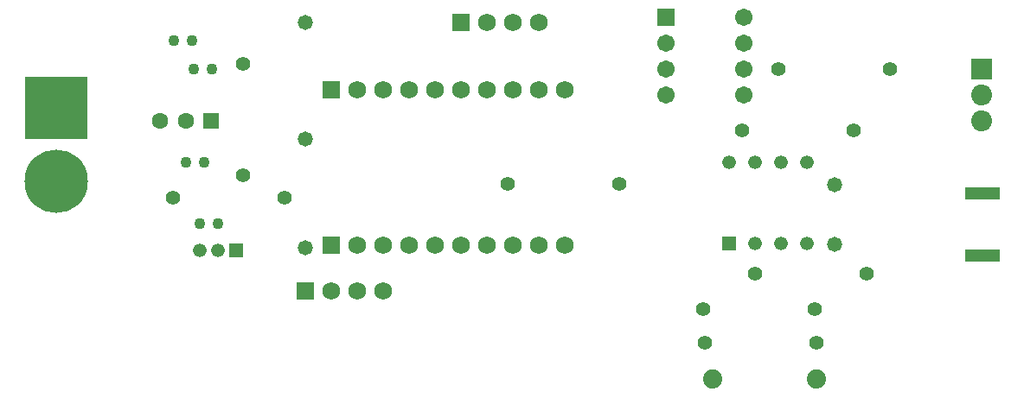
<source format=gbs>
G04*
G04 #@! TF.GenerationSoftware,Altium Limited,Altium Designer,24.9.1 (31)*
G04*
G04 Layer_Color=16711935*
%FSLAX44Y44*%
%MOMM*%
G71*
G04*
G04 #@! TF.SameCoordinates,570542E3-00E4-430B-A899-0EB25D94C372*
G04*
G04*
G04 #@! TF.FilePolarity,Negative*
G04*
G01*
G75*
%ADD16C,6.2032*%
%ADD17R,6.2032X6.2032*%
%ADD18C,1.7272*%
%ADD19R,1.7272X1.7272*%
%ADD20R,2.0482X2.0482*%
%ADD21C,2.0482*%
%ADD22C,1.7032*%
%ADD23R,1.7032X1.7032*%
%ADD24R,1.3332X1.3332*%
%ADD25C,1.3332*%
%ADD26C,1.1032*%
%ADD27C,1.4032*%
%ADD28R,1.7272X1.7272*%
%ADD29C,1.6032*%
%ADD30R,1.6032X1.6032*%
%ADD31R,1.3232X1.3232*%
%ADD32C,1.3232*%
%ADD33C,1.8796*%
%ADD34C,1.4732*%
%ADD68R,3.4732X1.2732*%
D16*
X406400Y684090D02*
D03*
D17*
Y756090D02*
D03*
D18*
X878840Y621030D02*
D03*
X904240D02*
D03*
Y773430D02*
D03*
X878840D02*
D03*
X701040Y621030D02*
D03*
X726440D02*
D03*
X751840D02*
D03*
X777240D02*
D03*
X802640D02*
D03*
X828040D02*
D03*
X853440D02*
D03*
Y773430D02*
D03*
X828040D02*
D03*
X802640D02*
D03*
X777240D02*
D03*
X751840D02*
D03*
X726440D02*
D03*
X701040D02*
D03*
X726440Y576580D02*
D03*
X675640D02*
D03*
X701040D02*
D03*
X878840Y839470D02*
D03*
X828040D02*
D03*
X853440D02*
D03*
D19*
X675640Y621030D02*
D03*
Y773430D02*
D03*
D20*
X1312700Y793750D02*
D03*
D21*
Y768350D02*
D03*
Y742950D02*
D03*
D22*
X1079500Y844550D02*
D03*
Y819150D02*
D03*
Y793750D02*
D03*
Y768350D02*
D03*
X1003300D02*
D03*
Y793750D02*
D03*
Y819150D02*
D03*
D23*
Y844550D02*
D03*
D24*
X1065530Y623240D02*
D03*
D25*
X1090930D02*
D03*
X1116330D02*
D03*
X1141730D02*
D03*
Y702640D02*
D03*
X1116330D02*
D03*
X1090930D02*
D03*
X1065530D02*
D03*
D26*
X565150Y642620D02*
D03*
X547370D02*
D03*
X551180Y702310D02*
D03*
X533400D02*
D03*
X558800Y793750D02*
D03*
X541020D02*
D03*
X521970Y821690D02*
D03*
X539750D02*
D03*
D27*
X1090930Y593090D02*
D03*
X1200150D02*
D03*
X1041400Y525780D02*
D03*
X1150620D02*
D03*
X1149350Y558800D02*
D03*
X1040130D02*
D03*
X589280Y798830D02*
D03*
Y689610D02*
D03*
X629920Y668020D02*
D03*
X520700D02*
D03*
X848360Y681498D02*
D03*
X957580D02*
D03*
X1113790Y793750D02*
D03*
X1223010D02*
D03*
X1187450Y734060D02*
D03*
X1078230D02*
D03*
D28*
X650240Y576580D02*
D03*
X802640Y839470D02*
D03*
D29*
X508400Y742950D02*
D03*
X533400D02*
D03*
D30*
X558400D02*
D03*
D31*
X582930Y615950D02*
D03*
D32*
X565150D02*
D03*
X547370D02*
D03*
D33*
X1049020Y490220D02*
D03*
X1150620D02*
D03*
D34*
X650240Y839470D02*
D03*
X1168400Y680720D02*
D03*
Y622300D02*
D03*
X650240Y618490D02*
D03*
Y725170D02*
D03*
D68*
X1313180Y671900D02*
D03*
Y610800D02*
D03*
M02*

</source>
